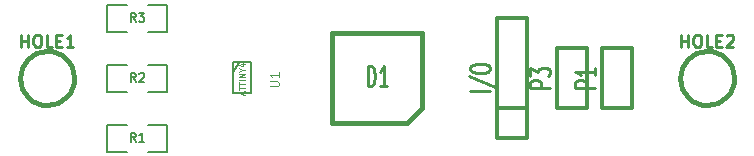
<source format=gto>
G04 (created by PCBNEW-RS274X (2011-05-25)-stable) date Tue 28 Feb 2012 11:44:01 PM PST*
G01*
G70*
G90*
%MOIN*%
G04 Gerber Fmt 3.4, Leading zero omitted, Abs format*
%FSLAX34Y34*%
G04 APERTURE LIST*
%ADD10C,0.006000*%
%ADD11C,0.015000*%
%ADD12C,0.005000*%
%ADD13C,0.012000*%
%ADD14C,0.010000*%
%ADD15C,0.010700*%
%ADD16C,0.003000*%
G04 APERTURE END LIST*
G54D10*
G54D11*
X07400Y-13500D02*
X07382Y-13674D01*
X07332Y-13842D01*
X07249Y-13998D01*
X07138Y-14134D01*
X07003Y-14246D01*
X06848Y-14329D01*
X06680Y-14381D01*
X06506Y-14399D01*
X06332Y-14384D01*
X06163Y-14334D01*
X06008Y-14253D01*
X05871Y-14143D01*
X05758Y-14008D01*
X05673Y-13854D01*
X05620Y-13687D01*
X05601Y-13512D01*
X05615Y-13338D01*
X05664Y-13169D01*
X05744Y-13013D01*
X05853Y-12875D01*
X05987Y-12761D01*
X06140Y-12676D01*
X06307Y-12621D01*
X06482Y-12601D01*
X06656Y-12614D01*
X06825Y-12661D01*
X06982Y-12741D01*
X07120Y-12849D01*
X07235Y-12982D01*
X07322Y-13134D01*
X07377Y-13301D01*
X07399Y-13475D01*
X07400Y-13500D01*
X29400Y-13500D02*
X29382Y-13674D01*
X29332Y-13842D01*
X29249Y-13998D01*
X29138Y-14134D01*
X29003Y-14246D01*
X28848Y-14329D01*
X28680Y-14381D01*
X28506Y-14399D01*
X28332Y-14384D01*
X28163Y-14334D01*
X28008Y-14253D01*
X27871Y-14143D01*
X27758Y-14008D01*
X27673Y-13854D01*
X27620Y-13687D01*
X27601Y-13512D01*
X27615Y-13338D01*
X27664Y-13169D01*
X27744Y-13013D01*
X27853Y-12875D01*
X27987Y-12761D01*
X28140Y-12676D01*
X28307Y-12621D01*
X28482Y-12601D01*
X28656Y-12614D01*
X28825Y-12661D01*
X28982Y-12741D01*
X29120Y-12849D01*
X29235Y-12982D01*
X29322Y-13134D01*
X29377Y-13301D01*
X29399Y-13475D01*
X29400Y-13500D01*
X16000Y-12000D02*
X19000Y-12000D01*
X19000Y-12000D02*
X19000Y-14500D01*
X19000Y-14500D02*
X18500Y-15000D01*
X18500Y-15000D02*
X16000Y-15000D01*
X16000Y-15000D02*
X16000Y-12000D01*
G54D12*
X12700Y-13300D02*
X12900Y-13000D01*
X12700Y-14000D02*
X12700Y-12975D01*
X12700Y-12975D02*
X13300Y-12975D01*
X13300Y-12975D02*
X13300Y-14000D01*
X13300Y-14000D02*
X12700Y-14000D01*
X08500Y-15050D02*
X08500Y-15950D01*
X08500Y-15950D02*
X09150Y-15950D01*
X09850Y-15050D02*
X10500Y-15050D01*
X10500Y-15050D02*
X10500Y-15950D01*
X10500Y-15950D02*
X09850Y-15950D01*
X09150Y-15050D02*
X08500Y-15050D01*
X10500Y-13950D02*
X10500Y-13050D01*
X10500Y-13050D02*
X09850Y-13050D01*
X09150Y-13950D02*
X08500Y-13950D01*
X08500Y-13950D02*
X08500Y-13050D01*
X08500Y-13050D02*
X09150Y-13050D01*
X09850Y-13950D02*
X10500Y-13950D01*
X10500Y-11950D02*
X10500Y-11050D01*
X10500Y-11050D02*
X09850Y-11050D01*
X09150Y-11950D02*
X08500Y-11950D01*
X08500Y-11950D02*
X08500Y-11050D01*
X08500Y-11050D02*
X09150Y-11050D01*
X09850Y-11950D02*
X10500Y-11950D01*
G54D13*
X21500Y-15500D02*
X21500Y-15500D01*
X22500Y-15500D02*
X21500Y-15500D01*
X21500Y-15500D02*
X21500Y-15500D01*
X21500Y-15500D02*
X21500Y-11500D01*
X21500Y-11500D02*
X22500Y-11500D01*
X22500Y-11500D02*
X22500Y-15500D01*
X22500Y-14500D02*
X21500Y-14500D01*
X26000Y-14500D02*
X25000Y-14500D01*
X25000Y-14500D02*
X25000Y-12500D01*
X25000Y-12500D02*
X26000Y-12500D01*
X26000Y-12500D02*
X26000Y-14500D01*
X24500Y-14500D02*
X23500Y-14500D01*
X23500Y-14500D02*
X23500Y-12500D01*
X23500Y-12500D02*
X24500Y-12500D01*
X24500Y-12500D02*
X24500Y-14500D01*
G54D14*
X05643Y-12462D02*
X05643Y-12062D01*
X05643Y-12252D02*
X05872Y-12252D01*
X05872Y-12462D02*
X05872Y-12062D01*
X06138Y-12062D02*
X06215Y-12062D01*
X06253Y-12081D01*
X06291Y-12119D01*
X06310Y-12195D01*
X06310Y-12329D01*
X06291Y-12405D01*
X06253Y-12443D01*
X06215Y-12462D01*
X06138Y-12462D01*
X06100Y-12443D01*
X06062Y-12405D01*
X06043Y-12329D01*
X06043Y-12195D01*
X06062Y-12119D01*
X06100Y-12081D01*
X06138Y-12062D01*
X06672Y-12462D02*
X06481Y-12462D01*
X06481Y-12062D01*
X06805Y-12252D02*
X06939Y-12252D01*
X06996Y-12462D02*
X06805Y-12462D01*
X06805Y-12062D01*
X06996Y-12062D01*
X07377Y-12462D02*
X07148Y-12462D01*
X07262Y-12462D02*
X07262Y-12062D01*
X07224Y-12119D01*
X07186Y-12157D01*
X07148Y-12176D01*
X27643Y-12462D02*
X27643Y-12062D01*
X27643Y-12252D02*
X27872Y-12252D01*
X27872Y-12462D02*
X27872Y-12062D01*
X28138Y-12062D02*
X28215Y-12062D01*
X28253Y-12081D01*
X28291Y-12119D01*
X28310Y-12195D01*
X28310Y-12329D01*
X28291Y-12405D01*
X28253Y-12443D01*
X28215Y-12462D01*
X28138Y-12462D01*
X28100Y-12443D01*
X28062Y-12405D01*
X28043Y-12329D01*
X28043Y-12195D01*
X28062Y-12119D01*
X28100Y-12081D01*
X28138Y-12062D01*
X28672Y-12462D02*
X28481Y-12462D01*
X28481Y-12062D01*
X28805Y-12252D02*
X28939Y-12252D01*
X28996Y-12462D02*
X28805Y-12462D01*
X28805Y-12062D01*
X28996Y-12062D01*
X29148Y-12100D02*
X29167Y-12081D01*
X29205Y-12062D01*
X29301Y-12062D01*
X29339Y-12081D01*
X29358Y-12100D01*
X29377Y-12138D01*
X29377Y-12176D01*
X29358Y-12233D01*
X29129Y-12462D01*
X29377Y-12462D01*
G54D15*
X17184Y-13776D02*
X17184Y-13093D01*
X17286Y-13093D01*
X17347Y-13125D01*
X17388Y-13191D01*
X17408Y-13256D01*
X17428Y-13386D01*
X17428Y-13483D01*
X17408Y-13613D01*
X17388Y-13678D01*
X17347Y-13743D01*
X17286Y-13776D01*
X17184Y-13776D01*
X17836Y-13776D02*
X17592Y-13776D01*
X17714Y-13776D02*
X17714Y-13093D01*
X17673Y-13191D01*
X17632Y-13256D01*
X17592Y-13288D01*
G54D16*
X13921Y-13779D02*
X14164Y-13779D01*
X14193Y-13764D01*
X14207Y-13750D01*
X14221Y-13721D01*
X14221Y-13664D01*
X14207Y-13636D01*
X14193Y-13621D01*
X14164Y-13607D01*
X13921Y-13607D01*
X14221Y-13307D02*
X14221Y-13479D01*
X14221Y-13393D02*
X13921Y-13393D01*
X13964Y-13422D01*
X13993Y-13450D01*
X14007Y-13479D01*
X13023Y-14050D02*
X13023Y-13957D01*
X13079Y-14069D02*
X12882Y-14004D01*
X13079Y-13938D01*
X12882Y-13900D02*
X12882Y-13788D01*
X13079Y-13844D02*
X12882Y-13844D01*
X12882Y-13750D02*
X12882Y-13638D01*
X13079Y-13694D02*
X12882Y-13694D01*
X13079Y-13572D02*
X12882Y-13572D01*
X13079Y-13478D02*
X12882Y-13478D01*
X13079Y-13366D01*
X12882Y-13366D01*
X12985Y-13235D02*
X13079Y-13235D01*
X12882Y-13300D02*
X12985Y-13235D01*
X12882Y-13169D01*
X12948Y-13019D02*
X13079Y-13019D01*
X12873Y-13066D02*
X13014Y-13112D01*
X13014Y-12991D01*
G54D12*
X09450Y-15621D02*
X09350Y-15479D01*
X09278Y-15621D02*
X09278Y-15321D01*
X09393Y-15321D01*
X09421Y-15336D01*
X09436Y-15350D01*
X09450Y-15379D01*
X09450Y-15421D01*
X09436Y-15450D01*
X09421Y-15464D01*
X09393Y-15479D01*
X09278Y-15479D01*
X09736Y-15621D02*
X09564Y-15621D01*
X09650Y-15621D02*
X09650Y-15321D01*
X09621Y-15364D01*
X09593Y-15393D01*
X09564Y-15407D01*
X09450Y-13621D02*
X09350Y-13479D01*
X09278Y-13621D02*
X09278Y-13321D01*
X09393Y-13321D01*
X09421Y-13336D01*
X09436Y-13350D01*
X09450Y-13379D01*
X09450Y-13421D01*
X09436Y-13450D01*
X09421Y-13464D01*
X09393Y-13479D01*
X09278Y-13479D01*
X09564Y-13350D02*
X09578Y-13336D01*
X09607Y-13321D01*
X09678Y-13321D01*
X09707Y-13336D01*
X09721Y-13350D01*
X09736Y-13379D01*
X09736Y-13407D01*
X09721Y-13450D01*
X09550Y-13621D01*
X09736Y-13621D01*
X09450Y-11621D02*
X09350Y-11479D01*
X09278Y-11621D02*
X09278Y-11321D01*
X09393Y-11321D01*
X09421Y-11336D01*
X09436Y-11350D01*
X09450Y-11379D01*
X09450Y-11421D01*
X09436Y-11450D01*
X09421Y-11464D01*
X09393Y-11479D01*
X09278Y-11479D01*
X09550Y-11321D02*
X09736Y-11321D01*
X09636Y-11436D01*
X09678Y-11436D01*
X09707Y-11450D01*
X09721Y-11464D01*
X09736Y-11493D01*
X09736Y-11564D01*
X09721Y-11593D01*
X09707Y-11607D01*
X09678Y-11621D01*
X09593Y-11621D01*
X09564Y-11607D01*
X09550Y-11593D01*
G54D15*
X21276Y-13948D02*
X20593Y-13948D01*
X20560Y-13438D02*
X21439Y-13805D01*
X20593Y-13215D02*
X20593Y-13133D01*
X20625Y-13092D01*
X20691Y-13052D01*
X20821Y-13031D01*
X21048Y-13031D01*
X21178Y-13052D01*
X21243Y-13092D01*
X21276Y-13133D01*
X21276Y-13215D01*
X21243Y-13255D01*
X21178Y-13296D01*
X21048Y-13316D01*
X20821Y-13316D01*
X20691Y-13296D01*
X20625Y-13255D01*
X20593Y-13215D01*
X24775Y-13816D02*
X24094Y-13816D01*
X24094Y-13653D01*
X24127Y-13612D01*
X24159Y-13592D01*
X24224Y-13572D01*
X24321Y-13572D01*
X24386Y-13592D01*
X24418Y-13612D01*
X24451Y-13653D01*
X24451Y-13816D01*
X24775Y-13164D02*
X24775Y-13408D01*
X24775Y-13286D02*
X24094Y-13286D01*
X24191Y-13327D01*
X24256Y-13368D01*
X24289Y-13408D01*
X23275Y-13816D02*
X22594Y-13816D01*
X22594Y-13653D01*
X22627Y-13612D01*
X22659Y-13592D01*
X22724Y-13572D01*
X22821Y-13572D01*
X22886Y-13592D01*
X22918Y-13612D01*
X22951Y-13653D01*
X22951Y-13816D01*
X22594Y-13429D02*
X22594Y-13164D01*
X22854Y-13307D01*
X22854Y-13245D01*
X22886Y-13205D01*
X22918Y-13184D01*
X22983Y-13164D01*
X23145Y-13164D01*
X23210Y-13184D01*
X23243Y-13205D01*
X23275Y-13245D01*
X23275Y-13368D01*
X23243Y-13408D01*
X23210Y-13429D01*
M02*

</source>
